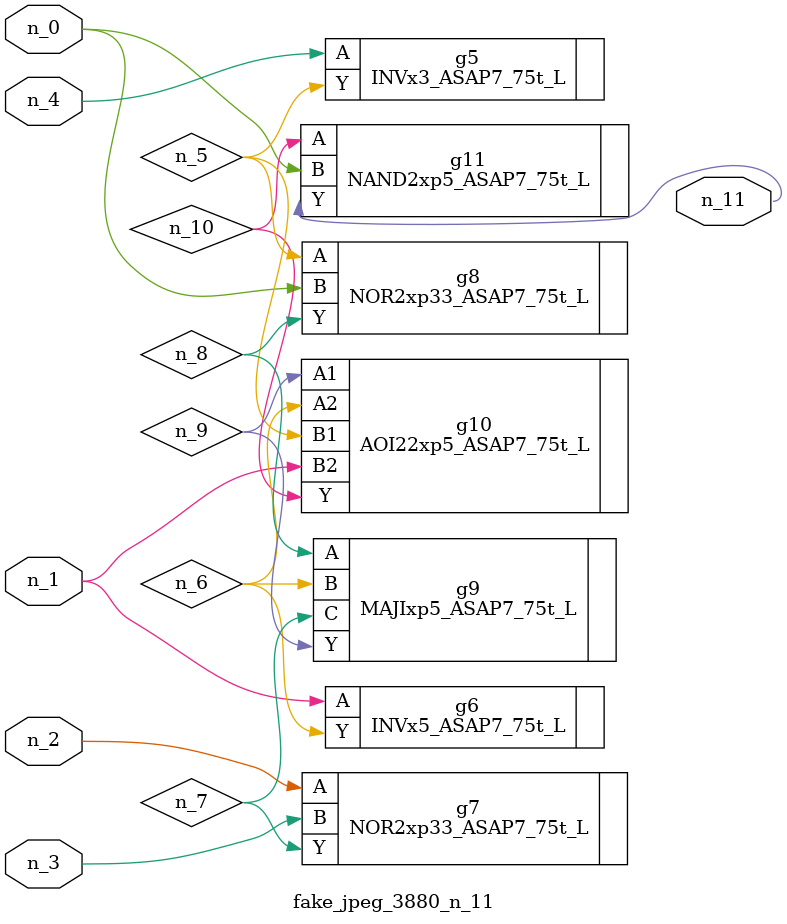
<source format=v>
module fake_jpeg_3880_n_11 (n_3, n_2, n_1, n_0, n_4, n_11);

input n_3;
input n_2;
input n_1;
input n_0;
input n_4;

output n_11;

wire n_10;
wire n_8;
wire n_9;
wire n_6;
wire n_5;
wire n_7;

INVx3_ASAP7_75t_L g5 ( 
.A(n_4),
.Y(n_5)
);

INVx5_ASAP7_75t_L g6 ( 
.A(n_1),
.Y(n_6)
);

NOR2xp33_ASAP7_75t_L g7 ( 
.A(n_2),
.B(n_3),
.Y(n_7)
);

NOR2xp33_ASAP7_75t_L g8 ( 
.A(n_5),
.B(n_0),
.Y(n_8)
);

MAJIxp5_ASAP7_75t_L g9 ( 
.A(n_8),
.B(n_6),
.C(n_7),
.Y(n_9)
);

AOI22xp5_ASAP7_75t_L g10 ( 
.A1(n_9),
.A2(n_6),
.B1(n_5),
.B2(n_1),
.Y(n_10)
);

NAND2xp5_ASAP7_75t_L g11 ( 
.A(n_10),
.B(n_0),
.Y(n_11)
);


endmodule
</source>
